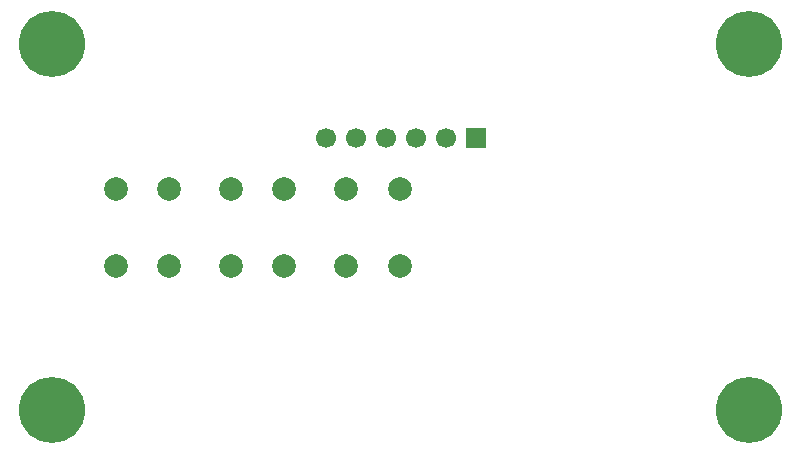
<source format=gbs>
G04 #@! TF.GenerationSoftware,KiCad,Pcbnew,9.0.0*
G04 #@! TF.CreationDate,2025-05-13T10:04:43+08:00*
G04 #@! TF.ProjectId,STEAM 2025 V4,53544541-4d20-4323-9032-352056342e6b,rev?*
G04 #@! TF.SameCoordinates,Original*
G04 #@! TF.FileFunction,Soldermask,Bot*
G04 #@! TF.FilePolarity,Negative*
%FSLAX46Y46*%
G04 Gerber Fmt 4.6, Leading zero omitted, Abs format (unit mm)*
G04 Created by KiCad (PCBNEW 9.0.0) date 2025-05-13 10:04:43*
%MOMM*%
%LPD*%
G01*
G04 APERTURE LIST*
%ADD10C,2.000000*%
%ADD11R,1.700000X1.700000*%
%ADD12C,1.700000*%
%ADD13C,5.600000*%
G04 APERTURE END LIST*
D10*
X126420000Y-146320000D03*
X126420000Y-152820000D03*
X121920000Y-146320000D03*
X121920000Y-152820000D03*
D11*
X132850000Y-142000000D03*
D12*
X130310000Y-142000000D03*
X127770000Y-142000000D03*
X125230000Y-142000000D03*
X122690000Y-142000000D03*
X120150000Y-142000000D03*
D10*
X116670000Y-146320000D03*
X116670000Y-152820000D03*
X112170000Y-146320000D03*
X112170000Y-152820000D03*
X106920000Y-146320000D03*
X106920000Y-152820000D03*
X102420000Y-146320000D03*
X102420000Y-152820000D03*
D13*
X156000000Y-134000000D03*
X156000000Y-165000000D03*
X97000000Y-165000000D03*
X97000000Y-134000000D03*
M02*

</source>
